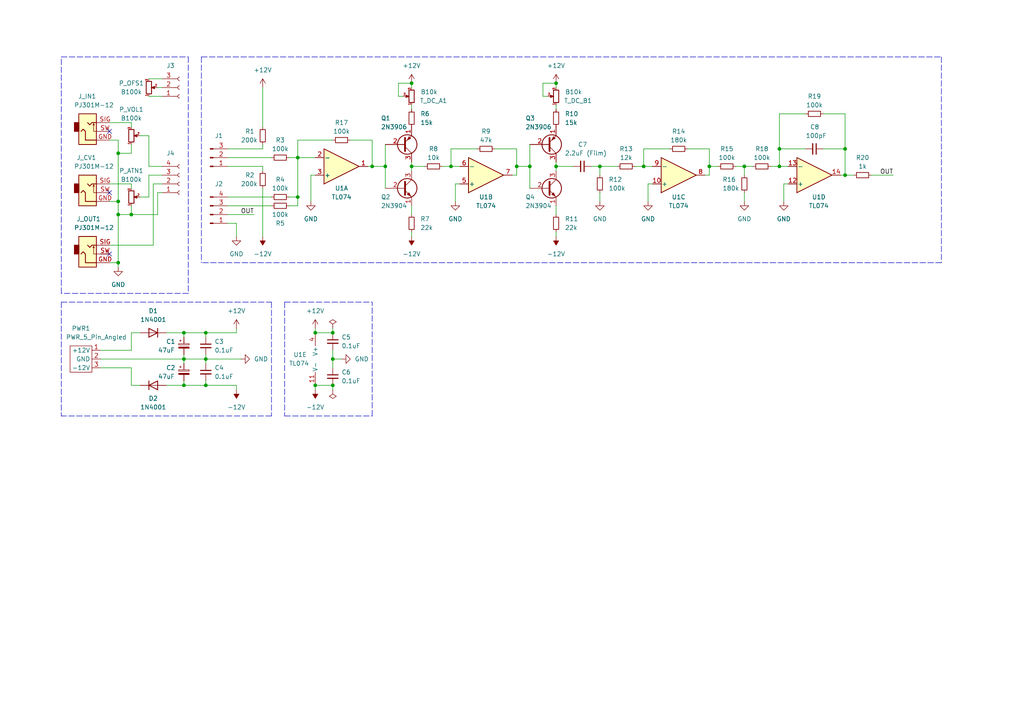
<source format=kicad_sch>
(kicad_sch (version 20211123) (generator eeschema)
  (paper "A4")
  (title_block (title "Avalon Haromonics WF") (rev "v1.1") (company "Avalon Haromonics"))
  (lib_symbols
    (symbol "Amplifier_Operational:TL074" (pin_names (offset 0.127))
      (property "Reference" "U" (at 0 5.08 0))
      (property "Value" "TL074" (at 0 -5.08 0))
      (symbol "TL074_1_1"
        (polyline (pts (xy -5.08 5.08) (xy 5.08 0) (xy -5.08 -5.08) (xy -5.08 5.08)) (stroke (width 0.254)) (fill (type background)))
        (pin output line (at 7.62 0 180) (length 2.54) (name "~") (number "1"))
        (pin input line (at -7.62 -2.54 0) (length 2.54) (name "-") (number "2"))
        (pin input line (at -7.62 2.54 0) (length 2.54) (name "+") (number "3"))
      )
      (symbol "TL074_2_1"
        (polyline (pts (xy -5.08 5.08) (xy 5.08 0) (xy -5.08 -5.08) (xy -5.08 5.08)) (stroke (width 0.254)) (fill (type background)))
        (pin input line (at -7.62 2.54 0) (length 2.54) (name "+") (number "5"))
        (pin input line (at -7.62 -2.54 0) (length 2.54) (name "-") (number "6"))
        (pin output line (at 7.62 0 180) (length 2.54) (name "~") (number "7"))
      )
      (symbol "TL074_3_1"
        (polyline (pts (xy -5.08 5.08) (xy 5.08 0) (xy -5.08 -5.08) (xy -5.08 5.08)) (stroke (width 0.254)) (fill (type background)))
        (pin input line (at -7.62 2.54 0) (length 2.54) (name "+") (number "10"))
        (pin output line (at 7.62 0 180) (length 2.54) (name "~") (number "8"))
        (pin input line (at -7.62 -2.54 0) (length 2.54) (name "-") (number "9"))
      )
      (symbol "TL074_4_1"
        (polyline (pts (xy -5.08 5.08) (xy 5.08 0) (xy -5.08 -5.08) (xy -5.08 5.08)) (stroke (width 0.254)) (fill (type background)))
        (pin input line (at -7.62 2.54 0) (length 2.54) (name "+") (number "12"))
        (pin input line (at -7.62 -2.54 0) (length 2.54) (name "-") (number "13"))
        (pin output line (at 7.62 0 180) (length 2.54) (name "~") (number "14"))
      )
      (symbol "TL074_5_1"
        (pin power_in line (at -2.54 -7.62 90) (length 3.81) (name "V-") (number "11"))
        (pin power_in line (at -2.54 7.62 270) (length 3.81) (name "V+") (number "4"))
      )
    )
    (symbol "Connector:Conn_01x03_Female" (pin_names (offset 1.016) hide)
      (property "Reference" "J" (at 0 5.08 0))
      (property "Value" "Conn_01x03_Female" (at 0 -5.08 0))
      (symbol "Conn_01x03_Female_1_1"
        (arc (start 0 -2.032) (mid -0.508 -2.54) (end 0 -3.048) (stroke (width 0.1524)))
        (polyline (pts (xy -1.27 -2.54) (xy -0.508 -2.54)) (stroke (width 0.1524)))
        (polyline (pts (xy -1.27 0) (xy -0.508 0)) (stroke (width 0.1524)))
        (polyline (pts (xy -1.27 2.54) (xy -0.508 2.54)) (stroke (width 0.1524)))
        (arc (start 0 0.508) (mid -0.508 0) (end 0 -0.508) (stroke (width 0.1524)))
        (arc (start 0 3.048) (mid -0.508 2.54) (end 0 2.032) (stroke (width 0.1524)))
        (pin passive line (at -5.08 2.54 0) (length 3.81) (name "Pin_1") (number "1"))
        (pin passive line (at -5.08 0 0) (length 3.81) (name "Pin_2") (number "2"))
        (pin passive line (at -5.08 -2.54 0) (length 3.81) (name "Pin_3") (number "3"))
      )
    )
    (symbol "Connector:Conn_01x03_Male" (pin_names (offset 1.016) hide)
      (property "Reference" "J" (at 0 5.08 0))
      (property "Value" "Conn_01x03_Male" (at 0 -5.08 0))
      (symbol "Conn_01x03_Male_1_1"
        (polyline (pts (xy 1.27 -2.54) (xy 0.8636 -2.54)) (stroke (width 0.1524)))
        (polyline (pts (xy 1.27 0) (xy 0.8636 0)) (stroke (width 0.1524)))
        (polyline (pts (xy 1.27 2.54) (xy 0.8636 2.54)) (stroke (width 0.1524)))
        (rectangle (start 0.8636 -2.413) (end 0 -2.667) (stroke (width 0.1524)) (fill (type outline)))
        (rectangle (start 0.8636 0.127) (end 0 -0.127) (stroke (width 0.1524)) (fill (type outline)))
        (rectangle (start 0.8636 2.667) (end 0 2.413) (stroke (width 0.1524)) (fill (type outline)))
        (pin passive line (at 5.08 2.54 180) (length 3.81) (name "Pin_1") (number "1"))
        (pin passive line (at 5.08 0 180) (length 3.81) (name "Pin_2") (number "2"))
        (pin passive line (at 5.08 -2.54 180) (length 3.81) (name "Pin_3") (number "3"))
      )
    )
    (symbol "Connector:Conn_01x04_Female" (pin_names (offset 1.016) hide)
      (property "Reference" "J" (at 0 5.08 0))
      (property "Value" "Conn_01x04_Female" (at 0 -7.62 0))
      (symbol "Conn_01x04_Female_1_1"
        (arc (start 0 -4.572) (mid -0.508 -5.08) (end 0 -5.588) (stroke (width 0.1524)))
        (arc (start 0 -2.032) (mid -0.508 -2.54) (end 0 -3.048) (stroke (width 0.1524)))
        (polyline (pts (xy -1.27 -5.08) (xy -0.508 -5.08)) (stroke (width 0.1524)))
        (polyline (pts (xy -1.27 -2.54) (xy -0.508 -2.54)) (stroke (width 0.1524)))
        (polyline (pts (xy -1.27 0) (xy -0.508 0)) (stroke (width 0.1524)))
        (polyline (pts (xy -1.27 2.54) (xy -0.508 2.54)) (stroke (width 0.1524)))
        (arc (start 0 0.508) (mid -0.508 0) (end 0 -0.508) (stroke (width 0.1524)))
        (arc (start 0 3.048) (mid -0.508 2.54) (end 0 2.032) (stroke (width 0.1524)))
        (pin passive line (at -5.08 2.54 0) (length 3.81) (name "Pin_1") (number "1"))
        (pin passive line (at -5.08 0 0) (length 3.81) (name "Pin_2") (number "2"))
        (pin passive line (at -5.08 -2.54 0) (length 3.81) (name "Pin_3") (number "3"))
        (pin passive line (at -5.08 -5.08 0) (length 3.81) (name "Pin_4") (number "4"))
      )
    )
    (symbol "Connector:Conn_01x04_Male" (pin_names (offset 1.016) hide)
      (property "Reference" "J" (at 0 5.08 0))
      (property "Value" "Conn_01x04_Male" (at 0 -7.62 0))
      (symbol "Conn_01x04_Male_1_1"
        (polyline (pts (xy 1.27 -5.08) (xy 0.8636 -5.08)) (stroke (width 0.1524)))
        (polyline (pts (xy 1.27 -2.54) (xy 0.8636 -2.54)) (stroke (width 0.1524)))
        (polyline (pts (xy 1.27 0) (xy 0.8636 0)) (stroke (width 0.1524)))
        (polyline (pts (xy 1.27 2.54) (xy 0.8636 2.54)) (stroke (width 0.1524)))
        (rectangle (start 0.8636 -4.953) (end 0 -5.207) (stroke (width 0.1524)) (fill (type outline)))
        (rectangle (start 0.8636 -2.413) (end 0 -2.667) (stroke (width 0.1524)) (fill (type outline)))
        (rectangle (start 0.8636 0.127) (end 0 -0.127) (stroke (width 0.1524)) (fill (type outline)))
        (rectangle (start 0.8636 2.667) (end 0 2.413) (stroke (width 0.1524)) (fill (type outline)))
        (pin passive line (at 5.08 2.54 180) (length 3.81) (name "Pin_1") (number "1"))
        (pin passive line (at 5.08 0 180) (length 3.81) (name "Pin_2") (number "2"))
        (pin passive line (at 5.08 -2.54 180) (length 3.81) (name "Pin_3") (number "3"))
        (pin passive line (at 5.08 -5.08 180) (length 3.81) (name "Pin_4") (number "4"))
      )
    )
    (symbol "Device:C_Polarized_Small" (pin_numbers hide) (pin_names (offset 0.254) hide)
      (property "Reference" "C" (at 0.254 1.778 0))
      (property "Value" "C_Polarized_Small" (at 0.254 -2.032 0))
      (symbol "C_Polarized_Small_0_1"
        (rectangle (start -1.524 -0.3048) (end 1.524 -0.6858) (fill (type outline)))
        (rectangle (start -1.524 0.6858) (end 1.524 0.3048))
        (polyline (pts (xy -1.27 1.524) (xy -0.762 1.524)))
        (polyline (pts (xy -1.016 1.27) (xy -1.016 1.778)))
      )
      (symbol "C_Polarized_Small_1_1"
        (pin passive line (at 0 2.54 270) (length 1.8542) (name "~") (number "1"))
        (pin passive line (at 0 -2.54 90) (length 1.8542) (name "~") (number "2"))
      )
    )
    (symbol "Device:C_Small" (pin_numbers hide) (pin_names (offset 0.254) hide)
      (property "Reference" "C" (at 0.254 1.778 0))
      (property "Value" "C_Small" (at 0.254 -2.032 0))
      (symbol "C_Small_0_1"
        (polyline (pts (xy -1.524 -0.508) (xy 1.524 -0.508)) (stroke (width 0.3302)))
        (polyline (pts (xy -1.524 0.508) (xy 1.524 0.508)) (stroke (width 0.3048)))
      )
      (symbol "C_Small_1_1"
        (pin passive line (at 0 2.54 270) (length 2.032) (name "~") (number "1"))
        (pin passive line (at 0 -2.54 90) (length 2.032) (name "~") (number "2"))
      )
    )
    (symbol "Device:R_Potentiometer_Small" (pin_names (offset 1.016) hide)
      (property "Reference" "RV" (at -4.445 0 90))
      (property "Value" "R_Potentiometer_Small" (at -2.54 0 90))
      (symbol "R_Potentiometer_Small_0_1"
        (polyline (pts (xy 0.889 0) (xy 0.635 0) (xy 1.651 0.381) (xy 1.651 -0.381) (xy 0.635 0) (xy 0.889 0)) (fill (type outline)))
        (rectangle (start 0.762 1.8034) (end -0.762 -1.8034) (stroke (width 0.254)))
      )
      (symbol "R_Potentiometer_Small_1_1"
        (pin passive line (at 0 2.54 270) (length 0.635) (name "1") (number "1"))
        (pin passive line (at 2.54 0 180) (length 0.9906) (name "2") (number "2"))
        (pin passive line (at 0 -2.54 90) (length 0.635) (name "3") (number "3"))
      )
    )
    (symbol "Device:R_Small" (pin_numbers hide) (pin_names (offset 0.254) hide)
      (property "Reference" "R" (at 0.762 0.508 0))
      (property "Value" "R_Small" (at 0.762 -1.016 0))
      (symbol "R_Small_0_1"
        (rectangle (start -0.762 1.778) (end 0.762 -1.778) (stroke (width 0.2032)))
      )
      (symbol "R_Small_1_1"
        (pin passive line (at 0 2.54 270) (length 0.762) (name "~") (number "1"))
        (pin passive line (at 0 -2.54 90) (length 0.762) (name "~") (number "2"))
      )
    )
    (symbol "Diode:1N4001" (pin_numbers hide) (pin_names (offset 1.016) hide)
      (property "Reference" "D" (at 0 2.54 0))
      (property "Value" "1N4001" (at 0 -2.54 0))
      (symbol "1N4001_0_1"
        (polyline (pts (xy -1.27 1.27) (xy -1.27 -1.27)) (stroke (width 0.254)))
        (polyline (pts (xy 1.27 0) (xy -1.27 0)))
        (polyline (pts (xy 1.27 1.27) (xy 1.27 -1.27) (xy -1.27 0) (xy 1.27 1.27)) (stroke (width 0.254)))
      )
      (symbol "1N4001_1_1"
        (pin passive line (at -3.81 0 0) (length 2.54) (name "K") (number "1"))
        (pin passive line (at 3.81 0 180) (length 2.54) (name "A") (number "2"))
      )
    )
    (symbol "Eurorack:PJ301M-12"
      (property "Reference" "J?" (at -0.635 7.62 0))
      (property "Value" "PJ301M-12" (at -0.635 5.08 0))
      (symbol "PJ301M-12_0_1"
        (rectangle (start -2.54 0) (end -3.81 -2.54) (stroke (width 0.254)) (fill (type outline)))
        (polyline (pts (xy 1.778 -0.254) (xy 2.032 -0.762)))
        (polyline (pts (xy 3.81 -5.08) (xy 2.54 -5.08)))
        (polyline (pts (xy 3.81 -2.54) (xy 2.54 -2.54)))
        (polyline (pts (xy 3.81 0) (xy 2.54 0)))
        (polyline (pts (xy 0 0) (xy 0.635 -0.635) (xy 1.27 0) (xy 2.54 0)) (stroke (width 0.254)))
        (polyline (pts (xy 2.54 -2.54) (xy 1.778 -2.54) (xy 1.778 -0.254) (xy 1.524 -0.762)))
        (polyline (pts (xy 2.54 -5.08) (xy -0.635 -5.08) (xy -0.635 -2.54) (xy -1.27 -1.905) (xy -1.905 -2.54)) (stroke (width 0.254)))
        (rectangle (start 2.54 2.54) (end -2.54 -6.35) (stroke (width 0.254)) (fill (type background)))
      )
      (symbol "PJ301M-12_1_1"
        (pin passive line (at 6.35 -5.08 180) (length 2.54) (name "~") (number "GND"))
        (pin passive line (at 6.35 0 180) (length 2.54) (name "~") (number "SIG"))
        (pin passive line (at 6.35 -2.54 180) (length 2.54) (name "~") (number "SW"))
      )
    )
    (symbol "Eurorack:PWR_5_Pin_Angled"
      (property "Reference" "H?" (at -5.08 6.35 0))
      (property "Value" "PWR_5_Pin_Angled" (at -5.08 3.81 0))
      (symbol "PWR_5_Pin_Angled_0_1"
        (rectangle (start -2.54 2.54) (end -8.89 -5.08))
      )
      (symbol "PWR_5_Pin_Angled_1_1"
        (pin power_out line (at 0 1.27 180) (length 2.54) (name "+12V") (number "1"))
        (pin power_out line (at 0 -1.27 180) (length 2.54) (name "GND") (number "2"))
        (pin power_out line (at 0 -3.81 180) (length 2.54) (name "-12V") (number "3"))
      )
    )
    (symbol "Transistor_BJT:2N3904" (pin_names (offset 0) hide)
      (property "Reference" "Q" (at 5.08 1.905 0))
      (property "Value" "2N3904" (at 5.08 0 0))
      (symbol "2N3904_0_1"
        (polyline (pts (xy 0.635 0.635) (xy 2.54 2.54)))
        (polyline (pts (xy 0.635 -0.635) (xy 2.54 -2.54) (xy 2.54 -2.54)))
        (polyline (pts (xy 0.635 1.905) (xy 0.635 -1.905) (xy 0.635 -1.905)) (stroke (width 0.508)))
        (polyline (pts (xy 1.27 -1.778) (xy 1.778 -1.27) (xy 2.286 -2.286) (xy 1.27 -1.778) (xy 1.27 -1.778)) (fill (type outline)))
        (circle (center 1.27 0) (radius 2.8194) (stroke (width 0.254)))
      )
      (symbol "2N3904_1_1"
        (pin passive line (at 2.54 -5.08 90) (length 2.54) (name "E") (number "1"))
        (pin passive line (at -5.08 0 0) (length 5.715) (name "B") (number "2"))
        (pin passive line (at 2.54 5.08 270) (length 2.54) (name "C") (number "3"))
      )
    )
    (symbol "Transistor_BJT:2N3906" (pin_names (offset 0) hide)
      (property "Reference" "Q" (at 5.08 1.905 0))
      (property "Value" "2N3906" (at 5.08 0 0))
      (symbol "2N3906_0_1"
        (polyline (pts (xy 0.635 0.635) (xy 2.54 2.54)))
        (polyline (pts (xy 0.635 -0.635) (xy 2.54 -2.54) (xy 2.54 -2.54)))
        (polyline (pts (xy 0.635 1.905) (xy 0.635 -1.905) (xy 0.635 -1.905)) (stroke (width 0.508)))
        (polyline (pts (xy 2.286 -1.778) (xy 1.778 -2.286) (xy 1.27 -1.27) (xy 2.286 -1.778) (xy 2.286 -1.778)) (fill (type outline)))
        (circle (center 1.27 0) (radius 2.8194) (stroke (width 0.254)))
      )
      (symbol "2N3906_1_1"
        (pin passive line (at 2.54 -5.08 90) (length 2.54) (name "E") (number "1"))
        (pin input line (at -5.08 0 0) (length 5.715) (name "B") (number "2"))
        (pin passive line (at 2.54 5.08 270) (length 2.54) (name "C") (number "3"))
      )
    )
    (symbol "power:+12V" (power) (pin_names (offset 0))
      (property "Value" "+12V" (at 0 3.556 0))
      (symbol "+12V_0_1"
        (polyline (pts (xy -0.762 1.27) (xy 0 2.54)))
        (polyline (pts (xy 0 0) (xy 0 2.54)))
        (polyline (pts (xy 0 2.54) (xy 0.762 1.27)))
      )
      (symbol "+12V_1_1"
        (pin power_in line (at 0 0 90) (length 0) hide (name "+12V") (number "1"))
      )
    )
    (symbol "power:-12V" (power) (pin_names (offset 0))
      (property "Value" "-12V" (at 0 3.81 0))
      (symbol "-12V_0_0"
        (pin power_in line (at 0 0 90) (length 0) hide (name "-12V") (number "1"))
      )
      (symbol "-12V_0_1"
        (polyline (pts (xy 0 0) (xy 0 1.27) (xy 0.762 1.27) (xy 0 2.54) (xy -0.762 1.27) (xy 0 1.27)) (fill (type outline)))
      )
    )
    (symbol "power:GND" (power) (pin_names (offset 0))
      (property "Value" "GND" (at 0 -3.81 0))
      (symbol "GND_0_1"
        (polyline (pts (xy 0 0) (xy 0 -1.27) (xy 1.27 -1.27) (xy 0 -2.54) (xy -1.27 -1.27) (xy 0 -1.27)))
      )
      (symbol "GND_1_1"
        (pin power_in line (at 0 0 270) (length 0) hide (name "GND") (number "1"))
      )
    )
    (symbol "power:PWR_FLAG" (power) (pin_numbers hide) (pin_names (offset 0) hide)
      (property "Value" "PWR_FLAG" (at 0 3.81 0))
      (symbol "PWR_FLAG_0_0"
        (pin power_out line (at 0 0 90) (length 0) (name "pwr") (number "1"))
      )
      (symbol "PWR_FLAG_0_1"
        (polyline (pts (xy 0 0) (xy 0 1.27) (xy -1.016 1.905) (xy 0 2.54) (xy 1.016 1.905) (xy 0 1.27)))
      )
    )
  )
  (junction (at 107.95 48.26))
  (junction (at 226.06 43.18))
  (junction (at 245.11 50.8))
  (junction (at 59.69 104.14))
  (junction (at 86.36 57.15))
  (junction (at 149.86 48.26))
  (junction (at 111.76 48.26))
  (junction (at 215.9 48.26))
  (junction (at 205.74 48.26))
  (junction (at 53.34 104.14))
  (junction (at 96.52 96.52))
  (junction (at 130.81 48.26))
  (junction (at 34.29 44.45))
  (junction (at 86.36 45.72))
  (junction (at 38.1 62.23))
  (junction (at 119.38 48.26))
  (junction (at 153.67 48.26))
  (junction (at 119.38 24.13))
  (junction (at 96.52 104.14))
  (junction (at 186.69 48.26))
  (junction (at 34.29 62.23))
  (junction (at 91.44 96.52))
  (junction (at 91.44 111.76))
  (junction (at 161.29 48.26))
  (junction (at 161.29 24.13))
  (junction (at 226.06 48.26))
  (junction (at 173.99 48.26))
  (junction (at 53.34 96.52))
  (junction (at 53.34 111.76))
  (junction (at 245.11 43.18))
  (junction (at 96.52 111.76))
  (junction (at 34.29 58.42))
  (junction (at 59.69 111.76))
  (junction (at 59.69 96.52))
  (junction (at 34.29 76.2))
  (no_connect (at 31.75 38.1))
  (no_connect (at 31.75 55.88))
  (no_connect (at 31.75 73.66))
  (wire (pts (xy 68.58 96.52) (xy 68.58 95.25)))
  (polyline (pts (xy 82.55 120.65) (xy 107.95 120.65)))
  (wire (pts (xy 173.99 48.26) (xy 173.99 50.8)))
  (wire (pts (xy 34.29 76.2) (xy 34.29 77.47)))
  (wire (pts (xy 245.11 33.02) (xy 245.11 43.18)))
  (wire (pts (xy 91.44 96.52) (xy 96.52 96.52)))
  (wire (pts (xy 173.99 48.26) (xy 179.07 48.26)))
  (wire (pts (xy 31.75 35.56) (xy 38.1 35.56)))
  (wire (pts (xy 76.2 25.4) (xy 76.2 36.83)))
  (wire (pts (xy 34.29 76.2) (xy 34.29 62.23)))
  (wire (pts (xy 111.76 48.26) (xy 111.76 54.61)))
  (wire (pts (xy 238.76 43.18) (xy 245.11 43.18)))
  (wire (pts (xy 53.34 104.14) (xy 59.69 104.14)))
  (wire (pts (xy 66.04 62.23) (xy 73.66 62.23)))
  (polyline (pts (xy 54.61 16.51) (xy 54.61 85.09)))
  (polyline (pts (xy 82.55 87.63) (xy 107.95 87.63)))
  (wire (pts (xy 91.44 111.76) (xy 91.44 113.03)))
  (wire (pts (xy 53.34 102.87) (xy 53.34 104.14)))
  (wire (pts (xy 66.04 57.15) (xy 78.74 57.15)))
  (wire (pts (xy 130.81 48.26) (xy 133.35 48.26)))
  (wire (pts (xy 157.48 24.13) (xy 161.29 24.13)))
  (wire (pts (xy 43.18 50.8) (xy 46.99 50.8)))
  (wire (pts (xy 53.34 104.14) (xy 53.34 105.41)))
  (wire (pts (xy 43.18 27.94) (xy 46.99 27.94)))
  (wire (pts (xy 186.69 43.18) (xy 186.69 48.26)))
  (wire (pts (xy 96.52 95.25) (xy 96.52 96.52)))
  (wire (pts (xy 53.34 96.52) (xy 53.34 97.79)))
  (wire (pts (xy 161.29 24.13) (xy 161.29 25.4)))
  (wire (pts (xy 68.58 68.58) (xy 68.58 64.77)))
  (wire (pts (xy 46.99 55.88) (xy 45.72 55.88)))
  (wire (pts (xy 116.84 27.94) (xy 115.57 27.94)))
  (wire (pts (xy 38.1 101.6) (xy 29.21 101.6)))
  (polyline (pts (xy 17.78 16.51) (xy 54.61 16.51)))
  (wire (pts (xy 106.68 48.26) (xy 107.95 48.26)))
  (wire (pts (xy 252.73 50.8) (xy 259.08 50.8)))
  (wire (pts (xy 59.69 111.76) (xy 68.58 111.76)))
  (wire (pts (xy 119.38 48.26) (xy 123.19 48.26)))
  (wire (pts (xy 29.21 104.14) (xy 53.34 104.14)))
  (wire (pts (xy 187.96 58.42) (xy 187.96 53.34)))
  (polyline (pts (xy 17.78 87.63) (xy 17.78 120.65)))
  (wire (pts (xy 66.04 48.26) (xy 76.2 48.26)))
  (wire (pts (xy 149.86 48.26) (xy 153.67 48.26)))
  (wire (pts (xy 83.82 57.15) (xy 86.36 57.15)))
  (wire (pts (xy 66.04 45.72) (xy 78.74 45.72)))
  (wire (pts (xy 115.57 24.13) (xy 119.38 24.13)))
  (wire (pts (xy 138.43 43.18) (xy 130.81 43.18)))
  (wire (pts (xy 38.1 111.76) (xy 40.64 111.76)))
  (wire (pts (xy 31.75 40.64) (xy 34.29 40.64)))
  (wire (pts (xy 184.15 48.26) (xy 186.69 48.26)))
  (wire (pts (xy 59.69 111.76) (xy 53.34 111.76)))
  (wire (pts (xy 59.69 110.49) (xy 59.69 111.76)))
  (wire (pts (xy 91.44 95.25) (xy 91.44 96.52)))
  (wire (pts (xy 226.06 48.26) (xy 228.6 48.26)))
  (wire (pts (xy 149.86 50.8) (xy 148.59 50.8)))
  (wire (pts (xy 86.36 45.72) (xy 86.36 57.15)))
  (wire (pts (xy 96.52 104.14) (xy 96.52 106.68)))
  (wire (pts (xy 215.9 55.88) (xy 215.9 58.42)))
  (wire (pts (xy 68.58 111.76) (xy 68.58 113.03)))
  (wire (pts (xy 66.04 59.69) (xy 78.74 59.69)))
  (wire (pts (xy 238.76 33.02) (xy 245.11 33.02)))
  (wire (pts (xy 45.72 25.4) (xy 46.99 25.4)))
  (wire (pts (xy 38.1 59.69) (xy 38.1 62.23)))
  (wire (pts (xy 86.36 59.69) (xy 86.36 57.15)))
  (wire (pts (xy 34.29 62.23) (xy 38.1 62.23)))
  (wire (pts (xy 161.29 30.48) (xy 161.29 31.75)))
  (wire (pts (xy 245.11 50.8) (xy 247.65 50.8)))
  (wire (pts (xy 149.86 43.18) (xy 149.86 48.26)))
  (wire (pts (xy 66.04 43.18) (xy 76.2 43.18)))
  (wire (pts (xy 83.82 45.72) (xy 86.36 45.72)))
  (wire (pts (xy 86.36 40.64) (xy 86.36 45.72)))
  (wire (pts (xy 205.74 48.26) (xy 205.74 50.8)))
  (wire (pts (xy 59.69 102.87) (xy 59.69 104.14)))
  (wire (pts (xy 119.38 46.99) (xy 119.38 48.26)))
  (wire (pts (xy 34.29 44.45) (xy 34.29 58.42)))
  (wire (pts (xy 161.29 48.26) (xy 166.37 48.26)))
  (wire (pts (xy 101.6 40.64) (xy 107.95 40.64)))
  (wire (pts (xy 38.1 106.68) (xy 38.1 111.76)))
  (wire (pts (xy 245.11 50.8) (xy 243.84 50.8)))
  (wire (pts (xy 226.06 33.02) (xy 226.06 43.18)))
  (wire (pts (xy 226.06 43.18) (xy 226.06 48.26)))
  (wire (pts (xy 215.9 48.26) (xy 213.36 48.26)))
  (wire (pts (xy 44.45 53.34) (xy 44.45 71.12)))
  (wire (pts (xy 38.1 62.23) (xy 45.72 62.23)))
  (wire (pts (xy 91.44 111.76) (xy 96.52 111.76)))
  (wire (pts (xy 111.76 41.91) (xy 111.76 48.26)))
  (wire (pts (xy 161.29 67.31) (xy 161.29 68.58)))
  (wire (pts (xy 90.17 58.42) (xy 90.17 50.8)))
  (wire (pts (xy 187.96 53.34) (xy 189.23 53.34)))
  (wire (pts (xy 76.2 49.53) (xy 76.2 48.26)))
  (wire (pts (xy 199.39 43.18) (xy 205.74 43.18)))
  (wire (pts (xy 245.11 43.18) (xy 245.11 50.8)))
  (wire (pts (xy 59.69 96.52) (xy 53.34 96.52)))
  (wire (pts (xy 59.69 96.52) (xy 68.58 96.52)))
  (wire (pts (xy 45.72 55.88) (xy 45.72 62.23)))
  (wire (pts (xy 205.74 48.26) (xy 208.28 48.26)))
  (wire (pts (xy 83.82 59.69) (xy 86.36 59.69)))
  (wire (pts (xy 158.75 27.94) (xy 157.48 27.94)))
  (wire (pts (xy 157.48 27.94) (xy 157.48 24.13)))
  (wire (pts (xy 34.29 62.23) (xy 34.29 58.42)))
  (wire (pts (xy 194.31 43.18) (xy 186.69 43.18)))
  (wire (pts (xy 130.81 43.18) (xy 130.81 48.26)))
  (wire (pts (xy 186.69 48.26) (xy 189.23 48.26)))
  (wire (pts (xy 119.38 24.13) (xy 119.38 25.4)))
  (wire (pts (xy 205.74 43.18) (xy 205.74 48.26)))
  (wire (pts (xy 38.1 54.61) (xy 38.1 53.34)))
  (wire (pts (xy 34.29 40.64) (xy 34.29 44.45)))
  (wire (pts (xy 53.34 111.76) (xy 53.34 110.49)))
  (wire (pts (xy 107.95 40.64) (xy 107.95 48.26)))
  (polyline (pts (xy 17.78 85.09) (xy 17.78 16.51)))
  (wire (pts (xy 115.57 27.94) (xy 115.57 24.13)))
  (wire (pts (xy 173.99 55.88) (xy 173.99 58.42)))
  (wire (pts (xy 40.64 57.15) (xy 43.18 57.15)))
  (polyline (pts (xy 54.61 85.09) (xy 17.78 85.09)))
  (wire (pts (xy 223.52 48.26) (xy 226.06 48.26)))
  (wire (pts (xy 38.1 96.52) (xy 38.1 101.6)))
  (wire (pts (xy 90.17 50.8) (xy 91.44 50.8)))
  (wire (pts (xy 119.38 30.48) (xy 119.38 31.75)))
  (wire (pts (xy 59.69 104.14) (xy 69.85 104.14)))
  (wire (pts (xy 96.52 111.76) (xy 96.52 113.03)))
  (wire (pts (xy 215.9 50.8) (xy 215.9 48.26)))
  (wire (pts (xy 96.52 104.14) (xy 96.52 101.6)))
  (wire (pts (xy 76.2 54.61) (xy 76.2 68.58)))
  (polyline (pts (xy 58.42 16.51) (xy 273.05 16.51)))
  (wire (pts (xy 107.95 48.26) (xy 111.76 48.26)))
  (wire (pts (xy 161.29 46.99) (xy 161.29 48.26)))
  (wire (pts (xy 38.1 53.34) (xy 31.75 53.34)))
  (wire (pts (xy 44.45 71.12) (xy 31.75 71.12)))
  (polyline (pts (xy 58.42 16.51) (xy 58.42 76.2)))
  (wire (pts (xy 59.69 104.14) (xy 59.69 105.41)))
  (wire (pts (xy 38.1 41.91) (xy 38.1 44.45)))
  (wire (pts (xy 119.38 67.31) (xy 119.38 68.58)))
  (wire (pts (xy 119.38 59.69) (xy 119.38 62.23)))
  (wire (pts (xy 227.33 58.42) (xy 227.33 53.34)))
  (wire (pts (xy 38.1 35.56) (xy 38.1 36.83)))
  (wire (pts (xy 215.9 48.26) (xy 218.44 48.26)))
  (wire (pts (xy 43.18 57.15) (xy 43.18 50.8)))
  (wire (pts (xy 99.06 104.14) (xy 96.52 104.14)))
  (wire (pts (xy 132.08 58.42) (xy 132.08 53.34)))
  (polyline (pts (xy 82.55 87.63) (xy 82.55 120.65)))
  (wire (pts (xy 48.26 96.52) (xy 53.34 96.52)))
  (polyline (pts (xy 273.05 76.2) (xy 58.42 76.2)))
  (wire (pts (xy 38.1 96.52) (xy 40.64 96.52)))
  (polyline (pts (xy 273.05 16.51) (xy 273.05 76.2)))
  (wire (pts (xy 153.67 48.26) (xy 153.67 54.61)))
  (polyline (pts (xy 107.95 120.65) (xy 107.95 87.63)))
  (wire (pts (xy 34.29 58.42) (xy 31.75 58.42)))
  (wire (pts (xy 161.29 48.26) (xy 161.29 49.53)))
  (polyline (pts (xy 17.78 87.63) (xy 78.74 87.63)))
  (wire (pts (xy 43.18 22.86) (xy 46.99 22.86)))
  (wire (pts (xy 43.18 39.37) (xy 43.18 48.26)))
  (wire (pts (xy 68.58 64.77) (xy 66.04 64.77)))
  (wire (pts (xy 119.38 48.26) (xy 119.38 49.53)))
  (wire (pts (xy 143.51 43.18) (xy 149.86 43.18)))
  (wire (pts (xy 171.45 48.26) (xy 173.99 48.26)))
  (wire (pts (xy 153.67 41.91) (xy 153.67 48.26)))
  (wire (pts (xy 48.26 111.76) (xy 53.34 111.76)))
  (wire (pts (xy 38.1 44.45) (xy 34.29 44.45)))
  (wire (pts (xy 128.27 48.26) (xy 130.81 48.26)))
  (wire (pts (xy 132.08 53.34) (xy 133.35 53.34)))
  (wire (pts (xy 233.68 33.02) (xy 226.06 33.02)))
  (wire (pts (xy 86.36 40.64) (xy 96.52 40.64)))
  (polyline (pts (xy 78.74 120.65) (xy 17.78 120.65)))
  (wire (pts (xy 149.86 48.26) (xy 149.86 50.8)))
  (wire (pts (xy 31.75 76.2) (xy 34.29 76.2)))
  (wire (pts (xy 205.74 50.8) (xy 204.47 50.8)))
  (wire (pts (xy 29.21 106.68) (xy 38.1 106.68)))
  (wire (pts (xy 59.69 97.79) (xy 59.69 96.52)))
  (wire (pts (xy 43.18 48.26) (xy 46.99 48.26)))
  (polyline (pts (xy 78.74 87.63) (xy 78.74 120.65)))
  (wire (pts (xy 40.64 39.37) (xy 43.18 39.37)))
  (wire (pts (xy 86.36 45.72) (xy 91.44 45.72)))
  (wire (pts (xy 226.06 43.18) (xy 233.68 43.18)))
  (wire (pts (xy 76.2 43.18) (xy 76.2 41.91)))
  (wire (pts (xy 161.29 59.69) (xy 161.29 62.23)))
  (wire (pts (xy 44.45 53.34) (xy 46.99 53.34)))
  (wire (pts (xy 227.33 53.34) (xy 228.6 53.34)))
  (label "OUT" (at 73.66 62.23 180))
  (label "OUT" (at 259.08 50.8 180))
  (symbol (lib_id "Device:R_Small") (at 76.2 39.37 0) (unit 1)
    (property "Reference" "R1" (at 71.12 38.1 0) (effects (justify left)))
    (property "Value" "200k" (at 69.85 40.64 0) (effects (justify left)))
    (property "Footprint" "Resistor_THT:R_Axial_DIN0207_L6.3mm_D2.5mm_P10.16mm_Horizontal" (effects hide))
  )
  (symbol (lib_id "Device:R_Small") (at 215.9 53.34 0) (mirror y) (unit 1)
    (property "Reference" "R16" (at 209.55 52.07 0) (effects (justify right)))
    (property "Value" "180k" (at 209.55 54.61 0) (effects (justify right)))
    (property "Footprint" "Resistor_THT:R_Axial_DIN0207_L6.3mm_D2.5mm_P10.16mm_Horizontal" (effects hide))
  )
  (symbol (lib_id "Device:C_Small") (at 236.22 43.18 270) (unit 1)
    (property "Reference" "C8" (at 234.95 36.83 90) (effects (justify left)))
    (property "Value" "100pF" (at 233.68 39.37 90) (effects (justify left)))
    (property "Footprint" "Capacitor_THT:C_Disc_D7.0mm_W2.5mm_P5.00mm" (effects hide))
  )
  (symbol (lib_id "power:-12V") (at 161.29 68.58 180) (unit 1)
    (property "Reference" "#PWR015" (effects hide))
    (property "Value" "-12V" (at 161.29 73.66 0))
  )
  (symbol (lib_id "Device:R_Small") (at 125.73 48.26 90) (unit 1)
    (property "Reference" "R8" (at 125.73 43.18 90))
    (property "Value" "10k" (at 125.73 45.72 90))
    (property "Footprint" "Resistor_THT:R_Axial_DIN0207_L6.3mm_D2.5mm_P10.16mm_Horizontal" (effects hide))
  )
  (symbol (lib_id "power:PWR_FLAG") (at 96.52 95.25 0) (unit 1)
    (property "Reference" "#FLG0102" (effects hide))
    (property "Value" "PWR_FLAG" (effects hide))
  )
  (symbol (lib_id "Amplifier_Operational:TL074") (at 236.22 50.8 0) (mirror x) (unit 4)
    (property "Reference" "U1" (at 237.49 57.15 0))
    (property "Value" "TL074" (at 237.49 59.69 0))
    (property "Footprint" "Package_DIP:DIP-14_W7.62mm_Socket_LongPads" (effects hide))
    (property "Datasheet" "http://www.ti.com/lit/ds/symlink/tl071.pdf" (effects hide))
  )
  (symbol (lib_id "Amplifier_Operational:TL074") (at 99.06 48.26 0) (mirror x) (unit 1)
    (property "Reference" "U1" (at 99.06 54.61 0))
    (property "Value" "TL074" (at 99.06 57.15 0))
    (property "Footprint" "Package_DIP:DIP-14_W7.62mm_Socket_LongPads" (effects hide))
    (property "Datasheet" "http://www.ti.com/lit/ds/symlink/tl071.pdf" (effects hide))
  )
  (symbol (lib_id "Device:R_Small") (at 81.28 45.72 270) (unit 1)
    (property "Reference" "R3" (at 81.28 40.64 90))
    (property "Value" "100k" (at 81.28 43.18 90))
    (property "Footprint" "Resistor_THT:R_Axial_DIN0207_L6.3mm_D2.5mm_P10.16mm_Horizontal" (effects hide))
  )
  (symbol (lib_id "power:+12V") (at 119.38 24.13 0) (unit 1)
    (property "Reference" "#PWR011" (effects hide))
    (property "Value" "+12V" (at 119.38 19.05 0))
  )
  (symbol (lib_id "Device:C_Polarized_Small") (at 53.34 100.33 0) (unit 1)
    (property "Reference" "C1" (at 49.53 99.06 0))
    (property "Value" "47uF" (at 48.26 101.6 0))
    (property "Footprint" "Capacitor_THT:CP_Radial_D6.3mm_P2.50mm" (effects hide))
  )
  (symbol (lib_id "Device:R_Small") (at 196.85 43.18 90) (unit 1)
    (property "Reference" "R14" (at 196.85 38.1 90))
    (property "Value" "180k" (at 196.85 40.64 90))
    (property "Footprint" "Resistor_THT:R_Axial_DIN0207_L6.3mm_D2.5mm_P10.16mm_Horizontal" (effects hide))
  )
  (symbol (lib_id "Transistor_BJT:2N3904") (at 116.84 54.61 0) (unit 1)
    (property "Reference" "Q2" (at 110.49 57.15 0) (effects (justify left)))
    (property "Value" "2N3904" (at 110.49 59.69 0) (effects (justify left)))
    (property "Footprint" "Package_TO_SOT_THT:TO-92_Inline" (effects hide))
    (property "Datasheet" "https://www.onsemi.com/pub/Collateral/2N3903-D.PDF" (effects hide))
  )
  (symbol (lib_id "power:GND") (at 215.9 58.42 0) (unit 1)
    (property "Reference" "#PWR018" (effects hide))
    (property "Value" "GND" (at 215.9 63.5 0))
  )
  (symbol (lib_id "Device:R_Small") (at 210.82 48.26 270) (unit 1)
    (property "Reference" "R15" (at 210.82 43.18 90))
    (property "Value" "100k" (at 210.82 45.72 90))
    (property "Footprint" "Resistor_THT:R_Axial_DIN0207_L6.3mm_D2.5mm_P10.16mm_Horizontal" (effects hide))
  )
  (symbol (lib_id "power:-12V") (at 76.2 68.58 180) (unit 1)
    (property "Reference" "#PWR06" (effects hide))
    (property "Value" "-12V" (at 76.2 73.66 0))
  )
  (symbol (lib_id "power:GND") (at 99.06 104.14 90) (unit 1)
    (property "Reference" "#PWR09" (effects hide))
    (property "Value" "GND" (at 102.87 104.1399 90) (effects (justify right)))
  )
  (symbol (lib_id "power:GND") (at 69.85 104.14 90) (unit 1)
    (property "Reference" "#PWR04" (effects hide))
    (property "Value" "GND" (at 73.66 104.1399 90) (effects (justify right)))
  )
  (symbol (lib_id "Device:R_Potentiometer_Small") (at 38.1 57.15 0) (mirror x) (unit 1)
    (property "Reference" "P_ATN1" (at 38.1 49.53 0))
    (property "Value" "B100k" (at 38.1 52.07 0))
    (property "Footprint" "Eurorack:Potentiometer Alpha RD901F-40-00D NoSides" (effects hide))
  )
  (symbol (lib_id "Device:C_Small") (at 168.91 48.26 270) (unit 1)
    (property "Reference" "C7" (at 167.64 41.91 90) (effects (justify left)))
    (property "Value" "2.2uF (Film)" (at 163.83 44.45 90) (effects (justify left)))
    (property "Footprint" "Capacitor_THT:C_Rect_L7.2mm_W5.5mm_P5.00mm_FKS2_FKP2_MKS2_MKP2" (effects hide))
  )
  (symbol (lib_id "Device:R_Small") (at 220.98 48.26 90) (unit 1)
    (property "Reference" "R18" (at 220.98 43.18 90))
    (property "Value" "100k" (at 220.98 45.72 90))
    (property "Footprint" "Resistor_THT:R_Axial_DIN0207_L6.3mm_D2.5mm_P10.16mm_Horizontal" (effects hide))
  )
  (symbol (lib_id "Device:R_Small") (at 161.29 64.77 0) (unit 1)
    (property "Reference" "R11" (at 163.83 63.4999 0) (effects (justify left)))
    (property "Value" "22k" (at 163.83 66.0399 0) (effects (justify left)))
    (property "Footprint" "Resistor_THT:R_Axial_DIN0207_L6.3mm_D2.5mm_P10.16mm_Horizontal" (effects hide))
  )
  (symbol (lib_id "power:GND") (at 187.96 58.42 0) (unit 1)
    (property "Reference" "#PWR017" (effects hide))
    (property "Value" "GND" (at 187.96 63.5 0))
  )
  (symbol (lib_id "Device:R_Small") (at 119.38 34.29 0) (unit 1)
    (property "Reference" "R6" (at 121.92 33.0199 0) (effects (justify left)))
    (property "Value" "15k" (at 121.92 35.5599 0) (effects (justify left)))
    (property "Footprint" "Resistor_THT:R_Axial_DIN0207_L6.3mm_D2.5mm_P10.16mm_Horizontal" (effects hide))
  )
  (symbol (lib_id "Connector:Conn_01x03_Male") (at 60.96 45.72 0) (mirror x) (unit 1)
    (property "Reference" "J1" (at 63.5 39.37 0))
    (property "Value" "Conn_01x03_Male" (effects hide))
    (property "Footprint" "Connector_PinHeader_2.54mm:PinHeader_1x03_P2.54mm_Vertical" (effects hide))
  )
  (symbol (lib_id "Device:R_Potentiometer_Small") (at 161.29 27.94 180) (unit 1)
    (property "Reference" "T_DC_B1" (at 167.64 29.21 0))
    (property "Value" "B10k" (at 166.37 26.67 0))
    (property "Footprint" "Potentiometer_THT:Potentiometer_Runtron_RM-065_Vertical" (effects hide))
  )
  (symbol (lib_id "Device:R_Small") (at 250.19 50.8 90) (unit 1)
    (property "Reference" "R20" (at 250.19 45.72 90))
    (property "Value" "1k" (at 250.19 48.26 90))
    (property "Footprint" "Resistor_THT:R_Axial_DIN0207_L6.3mm_D2.5mm_P10.16mm_Horizontal" (effects hide))
  )
  (symbol (lib_id "Transistor_BJT:2N3906") (at 158.75 41.91 0) (mirror x) (unit 1)
    (property "Reference" "Q3" (at 152.4 34.29 0) (effects (justify left)))
    (property "Value" "2N3906" (at 152.4 36.83 0) (effects (justify left)))
    (property "Footprint" "Package_TO_SOT_THT:TO-92_Inline" (effects hide))
    (property "Datasheet" "https://www.onsemi.com/pub/Collateral/2N3906-D.PDF" (effects hide))
  )
  (symbol (lib_id "Device:R_Small") (at 81.28 59.69 270) (mirror x) (unit 1)
    (property "Reference" "R5" (at 81.28 64.77 90))
    (property "Value" "100k" (at 81.28 62.23 90))
    (property "Footprint" "Resistor_THT:R_Axial_DIN0207_L6.3mm_D2.5mm_P10.16mm_Horizontal" (effects hide))
  )
  (symbol (lib_id "Device:R_Small") (at 81.28 57.15 270) (unit 1)
    (property "Reference" "R4" (at 81.28 52.07 90))
    (property "Value" "100k" (at 81.28 54.61 90))
    (property "Footprint" "Resistor_THT:R_Axial_DIN0207_L6.3mm_D2.5mm_P10.16mm_Horizontal" (effects hide))
  )
  (symbol (lib_id "power:+12V") (at 68.58 95.25 0) (unit 1)
    (property "Reference" "#PWR02" (effects hide))
    (property "Value" "+12V" (at 68.58 90.17 0))
  )
  (symbol (lib_id "Connector:Conn_01x03_Female") (at 52.07 25.4 0) (mirror x) (unit 1)
    (property "Reference" "J3" (at 48.26 19.05 0) (effects (justify left)))
    (property "Value" "Conn_01x03_Female" (effects hide))
    (property "Footprint" "Connector_PinHeader_2.54mm:PinHeader_1x03_P2.54mm_Vertical" (effects hide))
  )
  (symbol (lib_id "Device:R_Small") (at 119.38 64.77 0) (unit 1)
    (property "Reference" "R7" (at 121.92 63.4999 0) (effects (justify left)))
    (property "Value" "22k" (at 121.92 66.0399 0) (effects (justify left)))
    (property "Footprint" "Resistor_THT:R_Axial_DIN0207_L6.3mm_D2.5mm_P10.16mm_Horizontal" (effects hide))
  )
  (symbol (lib_id "Device:R_Potentiometer_Small") (at 43.18 25.4 0) (mirror x) (unit 1)
    (property "Reference" "P_OFS1" (at 38.1 24.13 0))
    (property "Value" "B100k" (at 38.1 26.67 0))
    (property "Footprint" "Eurorack:Potentiometer Alpha RD901F-40-00D NoSides" (effects hide))
  )
  (symbol (lib_id "Eurorack:PJ301M-12") (at 25.4 53.34 0) (unit 1)
    (property "Reference" "J_CV1" (at 27.94 45.72 0) (effects (justify right)))
    (property "Value" "PJ301M-12" (at 33.02 48.26 0) (effects (justify right)))
    (property "Footprint" "Eurorack:PJ301M-12" (effects hide))
  )
  (symbol (lib_id "Device:R_Potentiometer_Small") (at 38.1 39.37 0) (mirror x) (unit 1)
    (property "Reference" "P_VOL1" (at 38.1 31.75 0))
    (property "Value" "B100k" (at 38.1 34.29 0))
    (property "Footprint" "Eurorack:Potentiometer Alpha RD901F-40-00D NoSides" (effects hide))
  )
  (symbol (lib_id "Eurorack:PWR_5_Pin_Angled") (at 29.21 102.87 0) (unit 1)
    (property "Reference" "PWR1" (at 23.495 95.25 0))
    (property "Value" "PWR_5_Pin_Angled" (at 27.94 97.79 0))
    (property "Footprint" "Eurorack:Eurorack Power 5 Pin Angled" (effects hide))
  )
  (symbol (lib_id "Device:C_Small") (at 59.69 107.95 0) (unit 1)
    (property "Reference" "C4" (at 62.23 106.6862 0) (effects (justify left)))
    (property "Value" "0.1uF" (at 62.23 109.2262 0) (effects (justify left)))
    (property "Footprint" "Capacitor_THT:C_Disc_D7.0mm_W2.5mm_P5.00mm" (effects hide))
    (property "Footprint" "Capacitor_THT:C_Disc_D7.0mm_W2.5mm_P5.00mm" (effects hide))
  )
  (symbol (lib_id "Device:R_Small") (at 99.06 40.64 270) (unit 1)
    (property "Reference" "R17" (at 99.06 35.56 90))
    (property "Value" "100k" (at 99.06 38.1 90))
    (property "Footprint" "Resistor_THT:R_Axial_DIN0207_L6.3mm_D2.5mm_P10.16mm_Horizontal" (effects hide))
  )
  (symbol (lib_id "power:GND") (at 68.58 68.58 0) (unit 1)
    (property "Reference" "#PWR01" (effects hide))
    (property "Value" "GND" (at 68.58 73.66 0))
  )
  (symbol (lib_id "power:+12V") (at 76.2 25.4 0) (unit 1)
    (property "Reference" "#PWR05" (effects hide))
    (property "Value" "+12V" (at 76.2 20.32 0))
  )
  (symbol (lib_id "Device:R_Small") (at 173.99 53.34 0) (unit 1)
    (property "Reference" "R12" (at 176.53 52.07 0) (effects (justify left)))
    (property "Value" "100k" (at 176.53 54.61 0) (effects (justify left)))
    (property "Footprint" "Resistor_THT:R_Axial_DIN0207_L6.3mm_D2.5mm_P10.16mm_Horizontal" (effects hide))
  )
  (symbol (lib_id "power:-12V") (at 91.44 113.03 180) (unit 1)
    (property "Reference" "#PWR08" (effects hide))
    (property "Value" "-12V" (at 91.44 118.11 0))
  )
  (symbol (lib_id "Connector:Conn_01x04_Male") (at 60.96 62.23 0) (mirror x) (unit 1)
    (property "Reference" "J2" (at 63.5 53.34 0))
    (property "Value" "Conn_01x04_Male" (effects hide))
    (property "Footprint" "Connector_PinHeader_2.54mm:PinHeader_1x04_P2.54mm_Vertical" (effects hide))
  )
  (symbol (lib_id "power:GND") (at 34.29 77.47 0) (unit 1)
    (property "Reference" "#PWR0103" (effects hide))
    (property "Value" "GND" (at 34.29 82.55 0))
  )
  (symbol (lib_id "Amplifier_Operational:TL074") (at 196.85 50.8 0) (mirror x) (unit 3)
    (property "Reference" "U1" (at 196.85 57.15 0))
    (property "Value" "TL074" (at 196.85 59.69 0))
    (property "Footprint" "Package_DIP:DIP-14_W7.62mm_Socket_LongPads" (effects hide))
    (property "Datasheet" "http://www.ti.com/lit/ds/symlink/tl071.pdf" (effects hide))
  )
  (symbol (lib_id "Eurorack:PJ301M-12") (at 25.4 71.12 0) (unit 1)
    (property "Reference" "J_OUT1" (at 29.21 63.5 0) (effects (justify right)))
    (property "Value" "PJ301M-12" (at 33.02 66.04 0) (effects (justify right)))
    (property "Footprint" "Eurorack:PJ301M-12" (effects hide))
  )
  (symbol (lib_id "Device:R_Small") (at 161.29 34.29 0) (unit 1)
    (property "Reference" "R10" (at 163.83 33.0199 0) (effects (justify left)))
    (property "Value" "15k" (at 163.83 35.5599 0) (effects (justify left)))
    (property "Footprint" "Resistor_THT:R_Axial_DIN0207_L6.3mm_D2.5mm_P10.16mm_Horizontal" (effects hide))
  )
  (symbol (lib_id "Device:C_Small") (at 59.69 100.33 0) (unit 1)
    (property "Reference" "C3" (at 62.23 99.0662 0) (effects (justify left)))
    (property "Value" "0.1uF" (at 62.23 101.6062 0) (effects (justify left)))
    (property "Footprint" "Capacitor_THT:C_Disc_D7.0mm_W2.5mm_P5.00mm" (effects hide))
  )
  (symbol (lib_id "power:-12V") (at 68.58 113.03 180) (unit 1)
    (property "Reference" "#PWR03" (effects hide))
    (property "Value" "-12V" (at 68.58 118.11 0))
  )
  (symbol (lib_id "Eurorack:PJ301M-12") (at 25.4 35.56 0) (unit 1)
    (property "Reference" "J_IN1" (at 27.94 27.94 0) (effects (justify right)))
    (property "Value" "PJ301M-12" (at 33.02 30.48 0) (effects (justify right)))
    (property "Footprint" "Eurorack:PJ301M-12" (effects hide))
  )
  (symbol (lib_id "Device:C_Small") (at 96.52 109.22 0) (unit 1)
    (property "Reference" "C6" (at 99.06 107.9562 0) (effects (justify left)))
    (property "Value" "0.1uF" (at 99.06 110.4962 0) (effects (justify left)))
    (property "Footprint" "Capacitor_THT:C_Disc_D7.0mm_W2.5mm_P5.00mm" (effects hide))
  )
  (symbol (lib_id "Connector:Conn_01x04_Female") (at 52.07 53.34 0) (mirror x) (unit 1)
    (property "Reference" "J4" (at 48.26 44.45 0) (effects (justify left)))
    (property "Value" "Conn_01x04_Female" (effects hide))
    (property "Footprint" "Connector_PinHeader_2.54mm:PinHeader_1x04_P2.54mm_Vertical" (effects hide))
  )
  (symbol (lib_id "power:-12V") (at 119.38 68.58 180) (unit 1)
    (property "Reference" "#PWR012" (effects hide))
    (property "Value" "-12V" (at 119.38 73.66 0))
  )
  (symbol (lib_id "Diode:1N4001") (at 44.45 96.52 180) (unit 1)
    (property "Reference" "D1" (at 44.45 90.17 0))
    (property "Value" "1N4001" (at 44.45 92.71 0))
    (property "Footprint" "Diode_THT:D_DO-41_SOD81_P10.16mm_Horizontal" (effects hide))
    (property "Datasheet" "http://www.vishay.com/docs/88503/1n4001.pdf" (effects hide))
  )
  (symbol (lib_id "power:GND") (at 173.99 58.42 0) (unit 1)
    (property "Reference" "#PWR016" (effects hide))
    (property "Value" "GND" (at 173.99 63.5 0))
  )
  (symbol (lib_id "Device:R_Small") (at 140.97 43.18 270) (unit 1)
    (property "Reference" "R9" (at 140.97 38.1 90))
    (property "Value" "47k" (at 140.97 40.64 90))
    (property "Footprint" "Resistor_THT:R_Axial_DIN0207_L6.3mm_D2.5mm_P10.16mm_Horizontal" (effects hide))
  )
  (symbol (lib_id "Device:R_Small") (at 76.2 52.07 0) (unit 1)
    (property "Reference" "R2" (at 71.12 50.8 0) (effects (justify left)))
    (property "Value" "200k" (at 69.85 53.34 0) (effects (justify left)))
    (property "Footprint" "Resistor_THT:R_Axial_DIN0207_L6.3mm_D2.5mm_P10.16mm_Horizontal" (effects hide))
  )
  (symbol (lib_id "Device:R_Small") (at 236.22 33.02 90) (unit 1)
    (property "Reference" "R19" (at 236.22 27.94 90))
    (property "Value" "100k" (at 236.22 30.48 90))
    (property "Footprint" "Resistor_THT:R_Axial_DIN0207_L6.3mm_D2.5mm_P10.16mm_Horizontal" (effects hide))
  )
  (symbol (lib_id "Device:R_Potentiometer_Small") (at 119.38 27.94 180) (unit 1)
    (property "Reference" "T_DC_A1" (at 125.73 29.21 0))
    (property "Value" "B10k" (at 124.46 26.67 0))
    (property "Footprint" "Potentiometer_THT:Potentiometer_Runtron_RM-065_Vertical" (effects hide))
  )
  (symbol (lib_id "Amplifier_Operational:TL074") (at 140.97 50.8 0) (mirror x) (unit 2)
    (property "Reference" "U1" (at 140.97 57.15 0))
    (property "Value" "TL074" (at 140.97 59.69 0))
    (property "Footprint" "Package_DIP:DIP-14_W7.62mm_Socket_LongPads" (effects hide))
    (property "Datasheet" "http://www.ti.com/lit/ds/symlink/tl071.pdf" (effects hide))
  )
  (symbol (lib_id "Transistor_BJT:2N3904") (at 158.75 54.61 0) (unit 1)
    (property "Reference" "Q4" (at 152.4 57.15 0) (effects (justify left)))
    (property "Value" "2N3904" (at 152.4 59.69 0) (effects (justify left)))
    (property "Footprint" "Package_TO_SOT_THT:TO-92_Inline" (effects hide))
    (property "Datasheet" "https://www.onsemi.com/pub/Collateral/2N3903-D.PDF" (effects hide))
  )
  (symbol (lib_id "Device:C_Polarized_Small") (at 53.34 107.95 0) (unit 1)
    (property "Reference" "C2" (at 49.53 106.68 0))
    (property "Value" "47uF" (at 48.26 109.22 0))
    (property "Footprint" "Capacitor_THT:CP_Radial_D6.3mm_P2.50mm" (effects hide))
  )
  (symbol (lib_id "power:GND") (at 90.17 58.42 0) (unit 1)
    (property "Reference" "#PWR0101" (effects hide))
    (property "Value" "GND" (at 90.17 63.5 0))
  )
  (symbol (lib_id "Transistor_BJT:2N3906") (at 116.84 41.91 0) (mirror x) (unit 1)
    (property "Reference" "Q1" (at 110.49 34.29 0) (effects (justify left)))
    (property "Value" "2N3906" (at 110.49 36.83 0) (effects (justify left)))
    (property "Footprint" "Package_TO_SOT_THT:TO-92_Inline" (effects hide))
    (property "Datasheet" "https://www.onsemi.com/pub/Collateral/2N3906-D.PDF" (effects hide))
  )
  (symbol (lib_id "power:+12V") (at 161.29 24.13 0) (unit 1)
    (property "Reference" "#PWR014" (effects hide))
    (property "Value" "+12V" (at 161.29 19.05 0))
  )
  (symbol (lib_id "power:GND") (at 132.08 58.42 0) (unit 1)
    (property "Reference" "#PWR013" (effects hide))
    (property "Value" "GND" (at 132.08 63.5 0))
  )
  (symbol (lib_id "Device:R_Small") (at 181.61 48.26 90) (unit 1)
    (property "Reference" "R13" (at 181.61 43.18 90))
    (property "Value" "12k" (at 181.61 45.72 90))
    (property "Footprint" "Resistor_THT:R_Axial_DIN0207_L6.3mm_D2.5mm_P10.16mm_Horizontal" (effects hide))
  )
  (symbol (lib_id "power:GND") (at 227.33 58.42 0) (unit 1)
    (property "Reference" "#PWR0102" (effects hide))
    (property "Value" "GND" (at 227.33 63.5 0))
  )
  (symbol (lib_id "power:PWR_FLAG") (at 96.52 113.03 180) (unit 1)
    (property "Reference" "#FLG0101" (effects hide))
    (property "Value" "PWR_FLAG" (effects hide))
  )
  (symbol (lib_id "Diode:1N4001") (at 44.45 111.76 0) (mirror x) (unit 1)
    (property "Reference" "D2" (at 44.45 115.57 0))
    (property "Value" "1N4001" (at 44.45 118.11 0))
    (property "Footprint" "Diode_THT:D_DO-41_SOD81_P10.16mm_Horizontal" (effects hide))
    (property "Datasheet" "http://www.vishay.com/docs/88503/1n4001.pdf" (effects hide))
  )
  (symbol (lib_id "power:+12V") (at 91.44 95.25 0) (unit 1)
    (property "Reference" "#PWR07" (effects hide))
    (property "Value" "+12V" (at 91.44 90.17 0))
  )
  (symbol (lib_id "Device:C_Small") (at 96.52 99.06 0) (unit 1)
    (property "Reference" "C5" (at 99.06 97.7962 0) (effects (justify left)))
    (property "Value" "0.1uF" (at 99.06 100.3362 0) (effects (justify left)))
    (property "Footprint" "Capacitor_THT:C_Disc_D7.0mm_W2.5mm_P5.00mm" (effects hide))
  )
  (symbol (lib_id "Amplifier_Operational:TL074") (at 93.98 104.14 0) (unit 5)
    (property "Reference" "U1" (at 85.09 102.87 0) (effects (justify left)))
    (property "Value" "TL074" (at 83.82 105.41 0) (effects (justify left)))
    (property "Footprint" "Package_DIP:DIP-14_W7.62mm_Socket_LongPads" (effects hide))
    (property "Datasheet" "http://www.ti.com/lit/ds/symlink/tl071.pdf" (effects hide))
  )
)
</source>
